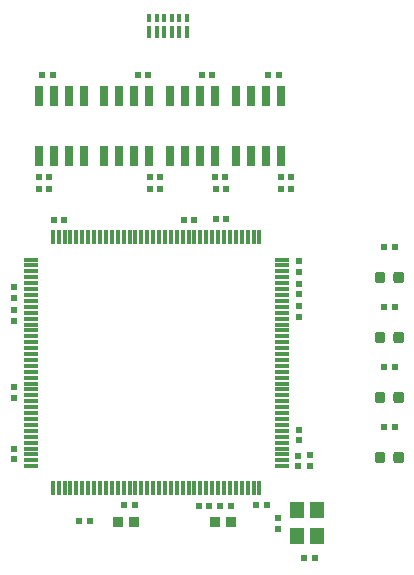
<source format=gbr>
G04 #@! TF.GenerationSoftware,KiCad,Pcbnew,(5.0.1)-3*
G04 #@! TF.CreationDate,2019-01-05T18:42:13-08:00*
G04 #@! TF.ProjectId,EScope-MSDAQ-2-INTANDAQ,4553636F70652D4D534441512D322D49,rev?*
G04 #@! TF.SameCoordinates,Original*
G04 #@! TF.FileFunction,Paste,Top*
G04 #@! TF.FilePolarity,Positive*
%FSLAX46Y46*%
G04 Gerber Fmt 4.6, Leading zero omitted, Abs format (unit mm)*
G04 Created by KiCad (PCBNEW (5.0.1)-3) date 1/5/2019 6:42:13 PM*
%MOMM*%
%LPD*%
G01*
G04 APERTURE LIST*
%ADD10R,0.490000X0.560000*%
%ADD11C,0.100000*%
%ADD12C,0.875000*%
%ADD13R,0.380000X1.020000*%
%ADD14R,0.380000X0.762000*%
%ADD15R,0.630000X0.580000*%
%ADD16R,0.580000X0.630000*%
%ADD17R,0.890000X0.920000*%
%ADD18R,1.200000X1.400000*%
%ADD19R,1.170000X0.300000*%
%ADD20R,0.300000X1.170000*%
%ADD21R,0.640000X1.770000*%
G04 APERTURE END LIST*
D10*
G04 #@! TO.C,R6*
X162597000Y-98552000D03*
X163507000Y-98552000D03*
G04 #@! TD*
G04 #@! TO.C,R7*
X163507000Y-103632000D03*
X162597000Y-103632000D03*
G04 #@! TD*
G04 #@! TO.C,R8*
X162597000Y-108712000D03*
X163507000Y-108712000D03*
G04 #@! TD*
D11*
G04 #@! TO.C,D2*
G36*
X164079691Y-100618053D02*
X164100926Y-100621203D01*
X164121750Y-100626419D01*
X164141962Y-100633651D01*
X164161368Y-100642830D01*
X164179781Y-100653866D01*
X164197024Y-100666654D01*
X164212930Y-100681070D01*
X164227346Y-100696976D01*
X164240134Y-100714219D01*
X164251170Y-100732632D01*
X164260349Y-100752038D01*
X164267581Y-100772250D01*
X164272797Y-100793074D01*
X164275947Y-100814309D01*
X164277000Y-100835750D01*
X164277000Y-101348250D01*
X164275947Y-101369691D01*
X164272797Y-101390926D01*
X164267581Y-101411750D01*
X164260349Y-101431962D01*
X164251170Y-101451368D01*
X164240134Y-101469781D01*
X164227346Y-101487024D01*
X164212930Y-101502930D01*
X164197024Y-101517346D01*
X164179781Y-101530134D01*
X164161368Y-101541170D01*
X164141962Y-101550349D01*
X164121750Y-101557581D01*
X164100926Y-101562797D01*
X164079691Y-101565947D01*
X164058250Y-101567000D01*
X163620750Y-101567000D01*
X163599309Y-101565947D01*
X163578074Y-101562797D01*
X163557250Y-101557581D01*
X163537038Y-101550349D01*
X163517632Y-101541170D01*
X163499219Y-101530134D01*
X163481976Y-101517346D01*
X163466070Y-101502930D01*
X163451654Y-101487024D01*
X163438866Y-101469781D01*
X163427830Y-101451368D01*
X163418651Y-101431962D01*
X163411419Y-101411750D01*
X163406203Y-101390926D01*
X163403053Y-101369691D01*
X163402000Y-101348250D01*
X163402000Y-100835750D01*
X163403053Y-100814309D01*
X163406203Y-100793074D01*
X163411419Y-100772250D01*
X163418651Y-100752038D01*
X163427830Y-100732632D01*
X163438866Y-100714219D01*
X163451654Y-100696976D01*
X163466070Y-100681070D01*
X163481976Y-100666654D01*
X163499219Y-100653866D01*
X163517632Y-100642830D01*
X163537038Y-100633651D01*
X163557250Y-100626419D01*
X163578074Y-100621203D01*
X163599309Y-100618053D01*
X163620750Y-100617000D01*
X164058250Y-100617000D01*
X164079691Y-100618053D01*
X164079691Y-100618053D01*
G37*
D12*
X163839500Y-101092000D03*
D11*
G36*
X162504691Y-100618053D02*
X162525926Y-100621203D01*
X162546750Y-100626419D01*
X162566962Y-100633651D01*
X162586368Y-100642830D01*
X162604781Y-100653866D01*
X162622024Y-100666654D01*
X162637930Y-100681070D01*
X162652346Y-100696976D01*
X162665134Y-100714219D01*
X162676170Y-100732632D01*
X162685349Y-100752038D01*
X162692581Y-100772250D01*
X162697797Y-100793074D01*
X162700947Y-100814309D01*
X162702000Y-100835750D01*
X162702000Y-101348250D01*
X162700947Y-101369691D01*
X162697797Y-101390926D01*
X162692581Y-101411750D01*
X162685349Y-101431962D01*
X162676170Y-101451368D01*
X162665134Y-101469781D01*
X162652346Y-101487024D01*
X162637930Y-101502930D01*
X162622024Y-101517346D01*
X162604781Y-101530134D01*
X162586368Y-101541170D01*
X162566962Y-101550349D01*
X162546750Y-101557581D01*
X162525926Y-101562797D01*
X162504691Y-101565947D01*
X162483250Y-101567000D01*
X162045750Y-101567000D01*
X162024309Y-101565947D01*
X162003074Y-101562797D01*
X161982250Y-101557581D01*
X161962038Y-101550349D01*
X161942632Y-101541170D01*
X161924219Y-101530134D01*
X161906976Y-101517346D01*
X161891070Y-101502930D01*
X161876654Y-101487024D01*
X161863866Y-101469781D01*
X161852830Y-101451368D01*
X161843651Y-101431962D01*
X161836419Y-101411750D01*
X161831203Y-101390926D01*
X161828053Y-101369691D01*
X161827000Y-101348250D01*
X161827000Y-100835750D01*
X161828053Y-100814309D01*
X161831203Y-100793074D01*
X161836419Y-100772250D01*
X161843651Y-100752038D01*
X161852830Y-100732632D01*
X161863866Y-100714219D01*
X161876654Y-100696976D01*
X161891070Y-100681070D01*
X161906976Y-100666654D01*
X161924219Y-100653866D01*
X161942632Y-100642830D01*
X161962038Y-100633651D01*
X161982250Y-100626419D01*
X162003074Y-100621203D01*
X162024309Y-100618053D01*
X162045750Y-100617000D01*
X162483250Y-100617000D01*
X162504691Y-100618053D01*
X162504691Y-100618053D01*
G37*
D12*
X162264500Y-101092000D03*
G04 #@! TD*
D11*
G04 #@! TO.C,D3*
G36*
X162504691Y-105698053D02*
X162525926Y-105701203D01*
X162546750Y-105706419D01*
X162566962Y-105713651D01*
X162586368Y-105722830D01*
X162604781Y-105733866D01*
X162622024Y-105746654D01*
X162637930Y-105761070D01*
X162652346Y-105776976D01*
X162665134Y-105794219D01*
X162676170Y-105812632D01*
X162685349Y-105832038D01*
X162692581Y-105852250D01*
X162697797Y-105873074D01*
X162700947Y-105894309D01*
X162702000Y-105915750D01*
X162702000Y-106428250D01*
X162700947Y-106449691D01*
X162697797Y-106470926D01*
X162692581Y-106491750D01*
X162685349Y-106511962D01*
X162676170Y-106531368D01*
X162665134Y-106549781D01*
X162652346Y-106567024D01*
X162637930Y-106582930D01*
X162622024Y-106597346D01*
X162604781Y-106610134D01*
X162586368Y-106621170D01*
X162566962Y-106630349D01*
X162546750Y-106637581D01*
X162525926Y-106642797D01*
X162504691Y-106645947D01*
X162483250Y-106647000D01*
X162045750Y-106647000D01*
X162024309Y-106645947D01*
X162003074Y-106642797D01*
X161982250Y-106637581D01*
X161962038Y-106630349D01*
X161942632Y-106621170D01*
X161924219Y-106610134D01*
X161906976Y-106597346D01*
X161891070Y-106582930D01*
X161876654Y-106567024D01*
X161863866Y-106549781D01*
X161852830Y-106531368D01*
X161843651Y-106511962D01*
X161836419Y-106491750D01*
X161831203Y-106470926D01*
X161828053Y-106449691D01*
X161827000Y-106428250D01*
X161827000Y-105915750D01*
X161828053Y-105894309D01*
X161831203Y-105873074D01*
X161836419Y-105852250D01*
X161843651Y-105832038D01*
X161852830Y-105812632D01*
X161863866Y-105794219D01*
X161876654Y-105776976D01*
X161891070Y-105761070D01*
X161906976Y-105746654D01*
X161924219Y-105733866D01*
X161942632Y-105722830D01*
X161962038Y-105713651D01*
X161982250Y-105706419D01*
X162003074Y-105701203D01*
X162024309Y-105698053D01*
X162045750Y-105697000D01*
X162483250Y-105697000D01*
X162504691Y-105698053D01*
X162504691Y-105698053D01*
G37*
D12*
X162264500Y-106172000D03*
D11*
G36*
X164079691Y-105698053D02*
X164100926Y-105701203D01*
X164121750Y-105706419D01*
X164141962Y-105713651D01*
X164161368Y-105722830D01*
X164179781Y-105733866D01*
X164197024Y-105746654D01*
X164212930Y-105761070D01*
X164227346Y-105776976D01*
X164240134Y-105794219D01*
X164251170Y-105812632D01*
X164260349Y-105832038D01*
X164267581Y-105852250D01*
X164272797Y-105873074D01*
X164275947Y-105894309D01*
X164277000Y-105915750D01*
X164277000Y-106428250D01*
X164275947Y-106449691D01*
X164272797Y-106470926D01*
X164267581Y-106491750D01*
X164260349Y-106511962D01*
X164251170Y-106531368D01*
X164240134Y-106549781D01*
X164227346Y-106567024D01*
X164212930Y-106582930D01*
X164197024Y-106597346D01*
X164179781Y-106610134D01*
X164161368Y-106621170D01*
X164141962Y-106630349D01*
X164121750Y-106637581D01*
X164100926Y-106642797D01*
X164079691Y-106645947D01*
X164058250Y-106647000D01*
X163620750Y-106647000D01*
X163599309Y-106645947D01*
X163578074Y-106642797D01*
X163557250Y-106637581D01*
X163537038Y-106630349D01*
X163517632Y-106621170D01*
X163499219Y-106610134D01*
X163481976Y-106597346D01*
X163466070Y-106582930D01*
X163451654Y-106567024D01*
X163438866Y-106549781D01*
X163427830Y-106531368D01*
X163418651Y-106511962D01*
X163411419Y-106491750D01*
X163406203Y-106470926D01*
X163403053Y-106449691D01*
X163402000Y-106428250D01*
X163402000Y-105915750D01*
X163403053Y-105894309D01*
X163406203Y-105873074D01*
X163411419Y-105852250D01*
X163418651Y-105832038D01*
X163427830Y-105812632D01*
X163438866Y-105794219D01*
X163451654Y-105776976D01*
X163466070Y-105761070D01*
X163481976Y-105746654D01*
X163499219Y-105733866D01*
X163517632Y-105722830D01*
X163537038Y-105713651D01*
X163557250Y-105706419D01*
X163578074Y-105701203D01*
X163599309Y-105698053D01*
X163620750Y-105697000D01*
X164058250Y-105697000D01*
X164079691Y-105698053D01*
X164079691Y-105698053D01*
G37*
D12*
X163839500Y-106172000D03*
G04 #@! TD*
D11*
G04 #@! TO.C,D4*
G36*
X164079691Y-110778053D02*
X164100926Y-110781203D01*
X164121750Y-110786419D01*
X164141962Y-110793651D01*
X164161368Y-110802830D01*
X164179781Y-110813866D01*
X164197024Y-110826654D01*
X164212930Y-110841070D01*
X164227346Y-110856976D01*
X164240134Y-110874219D01*
X164251170Y-110892632D01*
X164260349Y-110912038D01*
X164267581Y-110932250D01*
X164272797Y-110953074D01*
X164275947Y-110974309D01*
X164277000Y-110995750D01*
X164277000Y-111508250D01*
X164275947Y-111529691D01*
X164272797Y-111550926D01*
X164267581Y-111571750D01*
X164260349Y-111591962D01*
X164251170Y-111611368D01*
X164240134Y-111629781D01*
X164227346Y-111647024D01*
X164212930Y-111662930D01*
X164197024Y-111677346D01*
X164179781Y-111690134D01*
X164161368Y-111701170D01*
X164141962Y-111710349D01*
X164121750Y-111717581D01*
X164100926Y-111722797D01*
X164079691Y-111725947D01*
X164058250Y-111727000D01*
X163620750Y-111727000D01*
X163599309Y-111725947D01*
X163578074Y-111722797D01*
X163557250Y-111717581D01*
X163537038Y-111710349D01*
X163517632Y-111701170D01*
X163499219Y-111690134D01*
X163481976Y-111677346D01*
X163466070Y-111662930D01*
X163451654Y-111647024D01*
X163438866Y-111629781D01*
X163427830Y-111611368D01*
X163418651Y-111591962D01*
X163411419Y-111571750D01*
X163406203Y-111550926D01*
X163403053Y-111529691D01*
X163402000Y-111508250D01*
X163402000Y-110995750D01*
X163403053Y-110974309D01*
X163406203Y-110953074D01*
X163411419Y-110932250D01*
X163418651Y-110912038D01*
X163427830Y-110892632D01*
X163438866Y-110874219D01*
X163451654Y-110856976D01*
X163466070Y-110841070D01*
X163481976Y-110826654D01*
X163499219Y-110813866D01*
X163517632Y-110802830D01*
X163537038Y-110793651D01*
X163557250Y-110786419D01*
X163578074Y-110781203D01*
X163599309Y-110778053D01*
X163620750Y-110777000D01*
X164058250Y-110777000D01*
X164079691Y-110778053D01*
X164079691Y-110778053D01*
G37*
D12*
X163839500Y-111252000D03*
D11*
G36*
X162504691Y-110778053D02*
X162525926Y-110781203D01*
X162546750Y-110786419D01*
X162566962Y-110793651D01*
X162586368Y-110802830D01*
X162604781Y-110813866D01*
X162622024Y-110826654D01*
X162637930Y-110841070D01*
X162652346Y-110856976D01*
X162665134Y-110874219D01*
X162676170Y-110892632D01*
X162685349Y-110912038D01*
X162692581Y-110932250D01*
X162697797Y-110953074D01*
X162700947Y-110974309D01*
X162702000Y-110995750D01*
X162702000Y-111508250D01*
X162700947Y-111529691D01*
X162697797Y-111550926D01*
X162692581Y-111571750D01*
X162685349Y-111591962D01*
X162676170Y-111611368D01*
X162665134Y-111629781D01*
X162652346Y-111647024D01*
X162637930Y-111662930D01*
X162622024Y-111677346D01*
X162604781Y-111690134D01*
X162586368Y-111701170D01*
X162566962Y-111710349D01*
X162546750Y-111717581D01*
X162525926Y-111722797D01*
X162504691Y-111725947D01*
X162483250Y-111727000D01*
X162045750Y-111727000D01*
X162024309Y-111725947D01*
X162003074Y-111722797D01*
X161982250Y-111717581D01*
X161962038Y-111710349D01*
X161942632Y-111701170D01*
X161924219Y-111690134D01*
X161906976Y-111677346D01*
X161891070Y-111662930D01*
X161876654Y-111647024D01*
X161863866Y-111629781D01*
X161852830Y-111611368D01*
X161843651Y-111591962D01*
X161836419Y-111571750D01*
X161831203Y-111550926D01*
X161828053Y-111529691D01*
X161827000Y-111508250D01*
X161827000Y-110995750D01*
X161828053Y-110974309D01*
X161831203Y-110953074D01*
X161836419Y-110932250D01*
X161843651Y-110912038D01*
X161852830Y-110892632D01*
X161863866Y-110874219D01*
X161876654Y-110856976D01*
X161891070Y-110841070D01*
X161906976Y-110826654D01*
X161924219Y-110813866D01*
X161942632Y-110802830D01*
X161962038Y-110793651D01*
X161982250Y-110786419D01*
X162003074Y-110781203D01*
X162024309Y-110778053D01*
X162045750Y-110777000D01*
X162483250Y-110777000D01*
X162504691Y-110778053D01*
X162504691Y-110778053D01*
G37*
D12*
X162264500Y-111252000D03*
G04 #@! TD*
D13*
G04 #@! TO.C,J4*
X145884900Y-75234800D03*
X145249900Y-75234800D03*
X144614900Y-75234800D03*
X143979900Y-75234800D03*
X143344900Y-75234800D03*
X142709900Y-75234800D03*
D14*
X145884900Y-74084800D03*
X145249900Y-74084800D03*
X144614900Y-74084800D03*
X143979900Y-74084800D03*
X143344900Y-74084800D03*
X142709900Y-74084800D03*
G04 #@! TD*
D10*
G04 #@! TO.C,R2*
X147169800Y-78917800D03*
X148079800Y-78917800D03*
G04 #@! TD*
G04 #@! TO.C,R3*
X153693200Y-78841600D03*
X152783200Y-78841600D03*
G04 #@! TD*
G04 #@! TO.C,R4*
X141734200Y-78917800D03*
X142644200Y-78917800D03*
G04 #@! TD*
G04 #@! TO.C,R5*
X134567000Y-78892400D03*
X133657000Y-78892400D03*
G04 #@! TD*
D15*
G04 #@! TO.C,C6*
X155371800Y-94627200D03*
X155371800Y-95517200D03*
G04 #@! TD*
D16*
G04 #@! TO.C,C19*
X134657600Y-91186000D03*
X135547600Y-91186000D03*
G04 #@! TD*
D15*
G04 #@! TO.C,C7*
X155346400Y-111988600D03*
X155346400Y-111098600D03*
G04 #@! TD*
G04 #@! TO.C,C8*
X131267200Y-106185200D03*
X131267200Y-105295200D03*
G04 #@! TD*
G04 #@! TO.C,C9*
X131267200Y-99696000D03*
X131267200Y-98806000D03*
G04 #@! TD*
D16*
G04 #@! TO.C,C10*
X141516600Y-115316000D03*
X140626600Y-115316000D03*
G04 #@! TD*
G04 #@! TO.C,C1*
X136816600Y-116636800D03*
X137706600Y-116636800D03*
G04 #@! TD*
D15*
G04 #@! TO.C,C12*
X155371800Y-109817400D03*
X155371800Y-108927400D03*
G04 #@! TD*
G04 #@! TO.C,C13*
X155371800Y-99327200D03*
X155371800Y-98437200D03*
G04 #@! TD*
G04 #@! TO.C,C14*
X155371800Y-97422200D03*
X155371800Y-96532200D03*
G04 #@! TD*
G04 #@! TO.C,C15*
X131241800Y-110527600D03*
X131241800Y-111417600D03*
G04 #@! TD*
D16*
G04 #@! TO.C,C16*
X151802600Y-115265200D03*
X152692600Y-115265200D03*
G04 #@! TD*
G04 #@! TO.C,C17*
X155841200Y-119735600D03*
X156731200Y-119735600D03*
G04 #@! TD*
G04 #@! TO.C,C18*
X149238200Y-91109800D03*
X148348200Y-91109800D03*
G04 #@! TD*
G04 #@! TO.C,C28*
X149174700Y-87477600D03*
X148284700Y-87477600D03*
G04 #@! TD*
G04 #@! TO.C,C27*
X153860000Y-87477600D03*
X154750000Y-87477600D03*
G04 #@! TD*
G04 #@! TO.C,C26*
X143660360Y-88554560D03*
X142770360Y-88554560D03*
G04 #@! TD*
G04 #@! TO.C,C25*
X134242040Y-88554560D03*
X133352040Y-88554560D03*
G04 #@! TD*
G04 #@! TO.C,C24*
X149227540Y-88554560D03*
X148337540Y-88554560D03*
G04 #@! TD*
G04 #@! TO.C,C23*
X153875240Y-88554560D03*
X154765240Y-88554560D03*
G04 #@! TD*
G04 #@! TO.C,C22*
X143645120Y-87477600D03*
X142755120Y-87477600D03*
G04 #@! TD*
G04 #@! TO.C,C21*
X134252200Y-87477600D03*
X133362200Y-87477600D03*
G04 #@! TD*
G04 #@! TO.C,C11*
X148729200Y-115366800D03*
X149619200Y-115366800D03*
G04 #@! TD*
D15*
G04 #@! TO.C,C2*
X131267200Y-97727000D03*
X131267200Y-96837000D03*
G04 #@! TD*
D16*
G04 #@! TO.C,C3*
X146520400Y-91135200D03*
X145630400Y-91135200D03*
G04 #@! TD*
D15*
G04 #@! TO.C,C4*
X156337000Y-111086400D03*
X156337000Y-111976400D03*
G04 #@! TD*
G04 #@! TO.C,C20*
X153644600Y-117310400D03*
X153644600Y-116420400D03*
G04 #@! TD*
D16*
G04 #@! TO.C,C5*
X146900400Y-115392200D03*
X147790400Y-115392200D03*
G04 #@! TD*
D17*
G04 #@! TO.C,L2*
X148331400Y-116713000D03*
X149661400Y-116713000D03*
G04 #@! TD*
G04 #@! TO.C,L1*
X141406400Y-116687600D03*
X140076400Y-116687600D03*
G04 #@! TD*
D18*
G04 #@! TO.C,Y1*
X156958400Y-117889200D03*
X156958400Y-115689200D03*
X155258400Y-115689200D03*
X155258400Y-117889200D03*
G04 #@! TD*
D10*
G04 #@! TO.C,R1*
X162597000Y-93472000D03*
X163507000Y-93472000D03*
G04 #@! TD*
D11*
G04 #@! TO.C,D1*
G36*
X164079691Y-95538053D02*
X164100926Y-95541203D01*
X164121750Y-95546419D01*
X164141962Y-95553651D01*
X164161368Y-95562830D01*
X164179781Y-95573866D01*
X164197024Y-95586654D01*
X164212930Y-95601070D01*
X164227346Y-95616976D01*
X164240134Y-95634219D01*
X164251170Y-95652632D01*
X164260349Y-95672038D01*
X164267581Y-95692250D01*
X164272797Y-95713074D01*
X164275947Y-95734309D01*
X164277000Y-95755750D01*
X164277000Y-96268250D01*
X164275947Y-96289691D01*
X164272797Y-96310926D01*
X164267581Y-96331750D01*
X164260349Y-96351962D01*
X164251170Y-96371368D01*
X164240134Y-96389781D01*
X164227346Y-96407024D01*
X164212930Y-96422930D01*
X164197024Y-96437346D01*
X164179781Y-96450134D01*
X164161368Y-96461170D01*
X164141962Y-96470349D01*
X164121750Y-96477581D01*
X164100926Y-96482797D01*
X164079691Y-96485947D01*
X164058250Y-96487000D01*
X163620750Y-96487000D01*
X163599309Y-96485947D01*
X163578074Y-96482797D01*
X163557250Y-96477581D01*
X163537038Y-96470349D01*
X163517632Y-96461170D01*
X163499219Y-96450134D01*
X163481976Y-96437346D01*
X163466070Y-96422930D01*
X163451654Y-96407024D01*
X163438866Y-96389781D01*
X163427830Y-96371368D01*
X163418651Y-96351962D01*
X163411419Y-96331750D01*
X163406203Y-96310926D01*
X163403053Y-96289691D01*
X163402000Y-96268250D01*
X163402000Y-95755750D01*
X163403053Y-95734309D01*
X163406203Y-95713074D01*
X163411419Y-95692250D01*
X163418651Y-95672038D01*
X163427830Y-95652632D01*
X163438866Y-95634219D01*
X163451654Y-95616976D01*
X163466070Y-95601070D01*
X163481976Y-95586654D01*
X163499219Y-95573866D01*
X163517632Y-95562830D01*
X163537038Y-95553651D01*
X163557250Y-95546419D01*
X163578074Y-95541203D01*
X163599309Y-95538053D01*
X163620750Y-95537000D01*
X164058250Y-95537000D01*
X164079691Y-95538053D01*
X164079691Y-95538053D01*
G37*
D12*
X163839500Y-96012000D03*
D11*
G36*
X162504691Y-95538053D02*
X162525926Y-95541203D01*
X162546750Y-95546419D01*
X162566962Y-95553651D01*
X162586368Y-95562830D01*
X162604781Y-95573866D01*
X162622024Y-95586654D01*
X162637930Y-95601070D01*
X162652346Y-95616976D01*
X162665134Y-95634219D01*
X162676170Y-95652632D01*
X162685349Y-95672038D01*
X162692581Y-95692250D01*
X162697797Y-95713074D01*
X162700947Y-95734309D01*
X162702000Y-95755750D01*
X162702000Y-96268250D01*
X162700947Y-96289691D01*
X162697797Y-96310926D01*
X162692581Y-96331750D01*
X162685349Y-96351962D01*
X162676170Y-96371368D01*
X162665134Y-96389781D01*
X162652346Y-96407024D01*
X162637930Y-96422930D01*
X162622024Y-96437346D01*
X162604781Y-96450134D01*
X162586368Y-96461170D01*
X162566962Y-96470349D01*
X162546750Y-96477581D01*
X162525926Y-96482797D01*
X162504691Y-96485947D01*
X162483250Y-96487000D01*
X162045750Y-96487000D01*
X162024309Y-96485947D01*
X162003074Y-96482797D01*
X161982250Y-96477581D01*
X161962038Y-96470349D01*
X161942632Y-96461170D01*
X161924219Y-96450134D01*
X161906976Y-96437346D01*
X161891070Y-96422930D01*
X161876654Y-96407024D01*
X161863866Y-96389781D01*
X161852830Y-96371368D01*
X161843651Y-96351962D01*
X161836419Y-96331750D01*
X161831203Y-96310926D01*
X161828053Y-96289691D01*
X161827000Y-96268250D01*
X161827000Y-95755750D01*
X161828053Y-95734309D01*
X161831203Y-95713074D01*
X161836419Y-95692250D01*
X161843651Y-95672038D01*
X161852830Y-95652632D01*
X161863866Y-95634219D01*
X161876654Y-95616976D01*
X161891070Y-95601070D01*
X161906976Y-95586654D01*
X161924219Y-95573866D01*
X161942632Y-95562830D01*
X161962038Y-95553651D01*
X161982250Y-95546419D01*
X162003074Y-95541203D01*
X162024309Y-95538053D01*
X162045750Y-95537000D01*
X162483250Y-95537000D01*
X162504691Y-95538053D01*
X162504691Y-95538053D01*
G37*
D12*
X162264500Y-96012000D03*
G04 #@! TD*
D19*
G04 #@! TO.C,U1*
X153926800Y-112001000D03*
X153926800Y-111501000D03*
X153926800Y-111001000D03*
X153926800Y-110501000D03*
X153926800Y-110001000D03*
X153926800Y-109501000D03*
X153926800Y-109001000D03*
X153926800Y-108501000D03*
X153926800Y-108001000D03*
X153926800Y-107501000D03*
X153926800Y-107001000D03*
X153926800Y-106501000D03*
X153926800Y-106001000D03*
X153926800Y-105501000D03*
X153926800Y-105001000D03*
X153926800Y-104501000D03*
X153926800Y-104001000D03*
X153926800Y-103501000D03*
X153926800Y-103001000D03*
X153926800Y-102501000D03*
X153926800Y-102001000D03*
X153926800Y-101501000D03*
X153926800Y-101001000D03*
X153926800Y-100501000D03*
X153926800Y-100001000D03*
X153926800Y-99501000D03*
X153926800Y-99001000D03*
X153926800Y-98501000D03*
X153926800Y-98001000D03*
X153926800Y-97501000D03*
X153926800Y-97001000D03*
X153926800Y-96501000D03*
X153926800Y-96001000D03*
X153926800Y-95501000D03*
X153926800Y-95001000D03*
X153926800Y-94501000D03*
D20*
X152056800Y-92631000D03*
X151556800Y-92631000D03*
X151056800Y-92631000D03*
X150556800Y-92631000D03*
X150056800Y-92631000D03*
X149556800Y-92631000D03*
X149056800Y-92631000D03*
X148556800Y-92631000D03*
X148056800Y-92631000D03*
X147556800Y-92631000D03*
X147056800Y-92631000D03*
X146556800Y-92631000D03*
X146056800Y-92631000D03*
X145556800Y-92631000D03*
X145056800Y-92631000D03*
X144556800Y-92631000D03*
X144056800Y-92631000D03*
X143556800Y-92631000D03*
X143056800Y-92631000D03*
X142556800Y-92631000D03*
X142056800Y-92631000D03*
X141556800Y-92631000D03*
X141056800Y-92631000D03*
X140556800Y-92631000D03*
X140056800Y-92631000D03*
X139556800Y-92631000D03*
X139056800Y-92631000D03*
X138556800Y-92631000D03*
X138056800Y-92631000D03*
X137556800Y-92631000D03*
X137056800Y-92631000D03*
X136556800Y-92631000D03*
X136056800Y-92631000D03*
X135556800Y-92631000D03*
X135056800Y-92631000D03*
X134556800Y-92631000D03*
D19*
X132686800Y-94501000D03*
X132686800Y-95001000D03*
X132686800Y-95501000D03*
X132686800Y-96001000D03*
X132686800Y-96501000D03*
X132686800Y-97001000D03*
X132686800Y-97501000D03*
X132686800Y-98001000D03*
X132686800Y-98501000D03*
X132686800Y-99001000D03*
X132686800Y-99501000D03*
X132686800Y-100001000D03*
X132686800Y-100501000D03*
X132686800Y-101001000D03*
X132686800Y-101501000D03*
X132686800Y-102001000D03*
X132686800Y-102501000D03*
X132686800Y-103001000D03*
X132686800Y-103501000D03*
X132686800Y-104001000D03*
X132686800Y-104501000D03*
X132686800Y-105001000D03*
X132686800Y-105501000D03*
X132686800Y-106001000D03*
X132686800Y-106501000D03*
X132686800Y-107001000D03*
X132686800Y-107501000D03*
X132686800Y-108001000D03*
X132686800Y-108501000D03*
X132686800Y-109001000D03*
X132686800Y-109501000D03*
X132686800Y-110001000D03*
X132686800Y-110501000D03*
X132686800Y-111001000D03*
X132686800Y-111501000D03*
X132686800Y-112001000D03*
D20*
X134556800Y-113871000D03*
X135056800Y-113871000D03*
X135556800Y-113871000D03*
X136056800Y-113871000D03*
X136556800Y-113871000D03*
X137056800Y-113871000D03*
X137556800Y-113871000D03*
X138056800Y-113871000D03*
X138556800Y-113871000D03*
X139056800Y-113871000D03*
X139556800Y-113871000D03*
X140056800Y-113871000D03*
X140556800Y-113871000D03*
X141056800Y-113871000D03*
X141556800Y-113871000D03*
X142056800Y-113871000D03*
X142556800Y-113871000D03*
X143056800Y-113871000D03*
X143556800Y-113871000D03*
X144056800Y-113871000D03*
X144556800Y-113871000D03*
X145056800Y-113871000D03*
X145556800Y-113871000D03*
X146056800Y-113871000D03*
X146556800Y-113871000D03*
X147056800Y-113871000D03*
X147556800Y-113871000D03*
X148056800Y-113871000D03*
X148556800Y-113871000D03*
X149056800Y-113871000D03*
X149556800Y-113871000D03*
X150056800Y-113871000D03*
X150556800Y-113871000D03*
X151056800Y-113871000D03*
X151556800Y-113871000D03*
X152056800Y-113871000D03*
G04 #@! TD*
D21*
G04 #@! TO.C,U5*
X148293666Y-85710000D03*
X147023666Y-85710000D03*
X145753666Y-85710000D03*
X144483666Y-85710000D03*
X144483666Y-80660000D03*
X145753666Y-80660000D03*
X147023666Y-80660000D03*
X148293666Y-80660000D03*
G04 #@! TD*
G04 #@! TO.C,U4*
X153847800Y-80660000D03*
X152577800Y-80660000D03*
X151307800Y-80660000D03*
X150037800Y-80660000D03*
X150037800Y-85710000D03*
X151307800Y-85710000D03*
X152577800Y-85710000D03*
X153847800Y-85710000D03*
G04 #@! TD*
G04 #@! TO.C,U3*
X142739533Y-85710000D03*
X141469533Y-85710000D03*
X140199533Y-85710000D03*
X138929533Y-85710000D03*
X138929533Y-80660000D03*
X140199533Y-80660000D03*
X141469533Y-80660000D03*
X142739533Y-80660000D03*
G04 #@! TD*
G04 #@! TO.C,U2*
X133375400Y-85710000D03*
X134645400Y-85710000D03*
X135915400Y-85710000D03*
X137185400Y-85710000D03*
X137185400Y-80660000D03*
X135915400Y-80660000D03*
X134645400Y-80660000D03*
X133375400Y-80660000D03*
G04 #@! TD*
M02*

</source>
